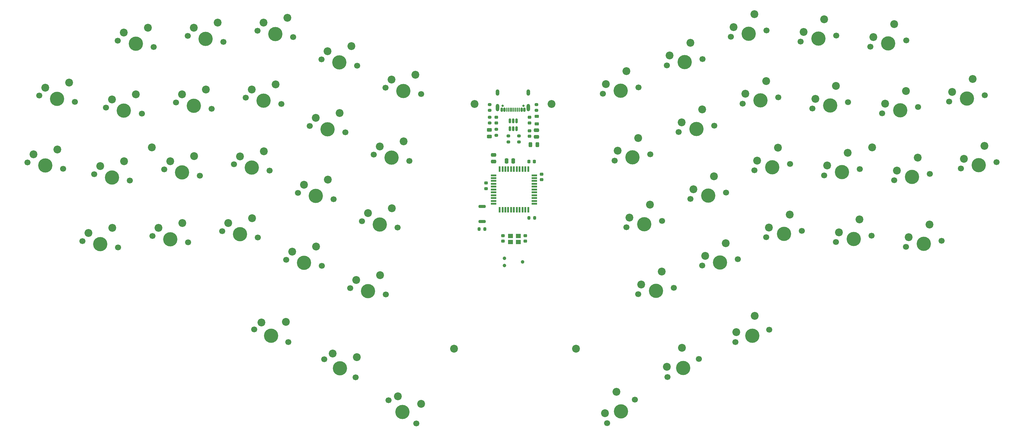
<source format=gbr>
%TF.GenerationSoftware,KiCad,Pcbnew,8.0.5*%
%TF.CreationDate,2024-10-09T17:31:38+02:00*%
%TF.ProjectId,phnx,70686e78-2e6b-4696-9361-645f70636258,A*%
%TF.SameCoordinates,Original*%
%TF.FileFunction,Soldermask,Top*%
%TF.FilePolarity,Negative*%
%FSLAX46Y46*%
G04 Gerber Fmt 4.6, Leading zero omitted, Abs format (unit mm)*
G04 Created by KiCad (PCBNEW 8.0.5) date 2024-10-09 17:31:38*
%MOMM*%
%LPD*%
G01*
G04 APERTURE LIST*
G04 Aperture macros list*
%AMRoundRect*
0 Rectangle with rounded corners*
0 $1 Rounding radius*
0 $2 $3 $4 $5 $6 $7 $8 $9 X,Y pos of 4 corners*
0 Add a 4 corners polygon primitive as box body*
4,1,4,$2,$3,$4,$5,$6,$7,$8,$9,$2,$3,0*
0 Add four circle primitives for the rounded corners*
1,1,$1+$1,$2,$3*
1,1,$1+$1,$4,$5*
1,1,$1+$1,$6,$7*
1,1,$1+$1,$8,$9*
0 Add four rect primitives between the rounded corners*
20,1,$1+$1,$2,$3,$4,$5,0*
20,1,$1+$1,$4,$5,$6,$7,0*
20,1,$1+$1,$6,$7,$8,$9,0*
20,1,$1+$1,$8,$9,$2,$3,0*%
G04 Aperture macros list end*
%ADD10RoundRect,0.225000X-0.250000X0.225000X-0.250000X-0.225000X0.250000X-0.225000X0.250000X0.225000X0*%
%ADD11C,1.700000*%
%ADD12C,4.000000*%
%ADD13C,2.200000*%
%ADD14RoundRect,0.250000X0.250000X0.475000X-0.250000X0.475000X-0.250000X-0.475000X0.250000X-0.475000X0*%
%ADD15RoundRect,0.200000X-0.275000X0.200000X-0.275000X-0.200000X0.275000X-0.200000X0.275000X0.200000X0*%
%ADD16RoundRect,0.225000X0.250000X-0.225000X0.250000X0.225000X-0.250000X0.225000X-0.250000X-0.225000X0*%
%ADD17RoundRect,0.250000X-0.475000X0.250000X-0.475000X-0.250000X0.475000X-0.250000X0.475000X0.250000X0*%
%ADD18RoundRect,0.150000X0.150000X-0.512500X0.150000X0.512500X-0.150000X0.512500X-0.150000X-0.512500X0*%
%ADD19R,1.400000X1.200000*%
%ADD20RoundRect,0.225000X-0.225000X-0.250000X0.225000X-0.250000X0.225000X0.250000X-0.225000X0.250000X0*%
%ADD21RoundRect,0.218750X-0.381250X0.218750X-0.381250X-0.218750X0.381250X-0.218750X0.381250X0.218750X0*%
%ADD22RoundRect,0.243750X-0.456250X0.243750X-0.456250X-0.243750X0.456250X-0.243750X0.456250X0.243750X0*%
%ADD23RoundRect,0.243750X0.243750X0.456250X-0.243750X0.456250X-0.243750X-0.456250X0.243750X-0.456250X0*%
%ADD24RoundRect,0.200000X-0.800000X0.200000X-0.800000X-0.200000X0.800000X-0.200000X0.800000X0.200000X0*%
%ADD25RoundRect,0.200000X-0.200000X-0.275000X0.200000X-0.275000X0.200000X0.275000X-0.200000X0.275000X0*%
%ADD26R,0.550000X1.500000*%
%ADD27R,1.500000X0.550000*%
%ADD28C,0.650000*%
%ADD29RoundRect,0.150000X0.150000X0.425000X-0.150000X0.425000X-0.150000X-0.425000X0.150000X-0.425000X0*%
%ADD30RoundRect,0.075000X0.075000X0.500000X-0.075000X0.500000X-0.075000X-0.500000X0.075000X-0.500000X0*%
%ADD31O,1.000000X2.100000*%
%ADD32O,1.000000X1.800000*%
%ADD33C,0.990600*%
G04 APERTURE END LIST*
D10*
%TO.C,C6*%
X201496100Y-125931644D03*
X201496100Y-127481644D03*
%TD*%
D11*
%TO.C,SW452*%
X331351778Y-103065115D03*
D12*
X336354601Y-102182983D03*
D11*
X341357424Y-101300850D03*
D13*
X337973880Y-96739093D03*
X332161417Y-100343171D03*
%TD*%
D11*
%TO.C,SW412*%
X107885949Y-140847432D03*
D12*
X112888773Y-141729565D03*
D11*
X117891596Y-142611698D03*
D13*
X116272317Y-137167808D03*
X109577721Y-138566554D03*
%TD*%
D11*
%TO.C,SW442*%
X271381341Y-170608821D03*
D12*
X276154979Y-168871360D03*
D11*
X280928617Y-167133896D03*
D13*
X276804336Y-163228990D03*
X271706019Y-167787638D03*
%TD*%
D11*
%TO.C,SW420*%
X148715121Y-128702840D03*
D12*
X153717945Y-129584973D03*
D11*
X158720768Y-130467106D03*
D13*
X157101489Y-125023216D03*
X150406893Y-126421962D03*
%TD*%
D11*
%TO.C,SW422*%
X156117345Y-175435441D03*
D12*
X160516755Y-177975440D03*
D11*
X164916164Y-180515441D03*
D13*
X165256459Y-174846032D03*
X158487197Y-173870737D03*
%TD*%
%TO.C,H3*%
X192500000Y-172500000D03*
%TD*%
D10*
%TO.C,C10*%
X206249998Y-140725002D03*
X206250002Y-142274998D03*
%TD*%
D14*
%TO.C,C9*%
X209096099Y-119706644D03*
X207196099Y-119706644D03*
%TD*%
D15*
%TO.C,R1*%
X202491026Y-107426525D03*
X202491026Y-109076525D03*
%TD*%
D11*
%TO.C,SW405*%
X98222353Y-85947817D03*
D12*
X103225177Y-86829950D03*
D11*
X108228000Y-87712083D03*
D13*
X106608721Y-82268193D03*
X99914125Y-83666939D03*
%TD*%
%TO.C,H8*%
X309781140Y-115881315D03*
%TD*%
D11*
%TO.C,SW445*%
X296318245Y-123757754D03*
D12*
X301321068Y-122875622D03*
D11*
X306323891Y-121993489D03*
D13*
X302940347Y-117431732D03*
X297127884Y-121035810D03*
%TD*%
D16*
%TO.C,C11*%
X212500002Y-142274998D03*
X212499998Y-140725002D03*
%TD*%
D11*
%TO.C,SW407*%
X91606359Y-123468989D03*
D12*
X96609183Y-124351122D03*
D11*
X101612006Y-125233255D03*
D13*
X99992727Y-119789365D03*
X93298131Y-121188111D03*
%TD*%
D11*
%TO.C,SW441*%
X280038657Y-141136191D03*
D12*
X285041480Y-140254059D03*
D11*
X290044303Y-139371926D03*
D13*
X286660759Y-134810169D03*
X280848296Y-138414247D03*
%TD*%
D11*
%TO.C,SW453*%
X334659778Y-121825700D03*
D12*
X339662601Y-120943568D03*
D11*
X344665424Y-120061435D03*
D13*
X341281880Y-115499678D03*
X335469417Y-119103756D03*
%TD*%
%TO.C,H2*%
X219821100Y-103706644D03*
%TD*%
D11*
%TO.C,SW432*%
X235457086Y-193352897D03*
D12*
X239348590Y-190087537D03*
D11*
X243240096Y-186822176D03*
D13*
X238028982Y-184563351D03*
X234797281Y-190590806D03*
%TD*%
D11*
%TO.C,SW402*%
X76159684Y-101401188D03*
D12*
X81162508Y-102283321D03*
D11*
X86165331Y-103165454D03*
D13*
X84546052Y-97721564D03*
X77851456Y-99120310D03*
%TD*%
D15*
%TO.C,R3*%
X207700000Y-112731644D03*
X207700000Y-114381644D03*
%TD*%
D13*
%TO.C,H4*%
X226726000Y-172500000D03*
%TD*%
D11*
%TO.C,SW446*%
X299626243Y-142518343D03*
D12*
X304629066Y-141636211D03*
D11*
X309631889Y-140754078D03*
D13*
X306248345Y-136192321D03*
X300435882Y-139796399D03*
%TD*%
D17*
%TO.C,C8*%
X203596100Y-118006644D03*
X203596100Y-119906644D03*
%TD*%
D18*
%TO.C,U2*%
X208146100Y-110706644D03*
X209096100Y-110706644D03*
X210046100Y-110706644D03*
X210046100Y-108431644D03*
X209096100Y-108431644D03*
X208146100Y-108431644D03*
%TD*%
D19*
%TO.C,Y2*%
X210499998Y-140800000D03*
X208299999Y-140799999D03*
X208300002Y-142500000D03*
X210500001Y-142500001D03*
%TD*%
D15*
%TO.C,R2*%
X215646100Y-103881644D03*
X215646100Y-105531644D03*
%TD*%
D20*
%TO.C,C7*%
X213496100Y-119906644D03*
X215046100Y-119906644D03*
%TD*%
D11*
%TO.C,SW433*%
X252181074Y-92852574D03*
D12*
X257183897Y-91970442D03*
D11*
X262186720Y-91088309D03*
D13*
X258803176Y-86526552D03*
X252990713Y-90130630D03*
%TD*%
D11*
%TO.C,SW428*%
X234247486Y-100850718D03*
D12*
X239250309Y-99968586D03*
D11*
X244253132Y-99086453D03*
D13*
X240869588Y-94524696D03*
X235057125Y-98128774D03*
%TD*%
D11*
%TO.C,SW424*%
X169956706Y-117940395D03*
D12*
X174959530Y-118822528D03*
D11*
X179962353Y-119704661D03*
D13*
X178343074Y-114260771D03*
X171648478Y-115659517D03*
%TD*%
D11*
%TO.C,SW416*%
X127473535Y-139465281D03*
D12*
X132476359Y-140347414D03*
D11*
X137479182Y-141229547D03*
D13*
X135859903Y-135785657D03*
X129165307Y-137184403D03*
%TD*%
D11*
%TO.C,SW443*%
X289702250Y-86236580D03*
D12*
X294705073Y-85354448D03*
D11*
X299707896Y-84472315D03*
D13*
X296324352Y-79910558D03*
X290511889Y-83514636D03*
%TD*%
D15*
%TO.C,R5*%
X202471100Y-103881644D03*
X202471100Y-105531644D03*
%TD*%
D21*
%TO.C,FB1*%
X215687500Y-107187500D03*
X215687500Y-109312500D03*
%TD*%
D11*
%TO.C,SW437*%
X252393756Y-180429480D03*
D12*
X256793164Y-177889481D03*
D11*
X261192573Y-175349480D03*
D13*
X256452869Y-172220072D03*
X252223608Y-177594777D03*
%TD*%
D11*
%TO.C,SW403*%
X72851686Y-120161779D03*
D12*
X77854510Y-121043912D03*
D11*
X82857333Y-121926045D03*
D13*
X81238054Y-116482155D03*
X74543458Y-117880901D03*
%TD*%
D11*
%TO.C,SW406*%
X94914355Y-104708404D03*
D12*
X99917179Y-105590537D03*
D11*
X104920002Y-106472670D03*
D13*
X103300723Y-101028780D03*
X96606127Y-102427526D03*
%TD*%
D17*
%TO.C,C3*%
X215646100Y-111062645D03*
X215646100Y-112962645D03*
%TD*%
D11*
%TO.C,SW447*%
X309289836Y-87618727D03*
D12*
X314292659Y-86736595D03*
D11*
X319295482Y-85854462D03*
D13*
X315911938Y-81292705D03*
X310099475Y-84896783D03*
%TD*%
D22*
%TO.C,D109*%
X202396100Y-111019144D03*
X202396100Y-112894144D03*
%TD*%
D15*
%TO.C,R4*%
X210700000Y-112731644D03*
X210700000Y-114381644D03*
%TD*%
D11*
%TO.C,SW440*%
X276730659Y-122375605D03*
D12*
X281733482Y-121493473D03*
D11*
X286736305Y-120611340D03*
D13*
X283352761Y-116049583D03*
X277540298Y-119653661D03*
%TD*%
D11*
%TO.C,SW450*%
X319213830Y-143900491D03*
D12*
X324216653Y-143018359D03*
D11*
X329219476Y-142136226D03*
D13*
X325835932Y-137574469D03*
X320023469Y-141178547D03*
%TD*%
D11*
%TO.C,SW444*%
X293010247Y-104997164D03*
D12*
X298013070Y-104115032D03*
D11*
X303015893Y-103232899D03*
D13*
X299632349Y-98671142D03*
X293819886Y-102275220D03*
%TD*%
D11*
%TO.C,SW429*%
X237555484Y-119611307D03*
D12*
X242558307Y-118729175D03*
D11*
X247561130Y-117847042D03*
D13*
X244177586Y-113285285D03*
X238365123Y-116889363D03*
%TD*%
D11*
%TO.C,SW439*%
X273422661Y-103615017D03*
D12*
X278425484Y-102732885D03*
D11*
X283428307Y-101850752D03*
D13*
X280044763Y-97288995D03*
X274232300Y-100893073D03*
%TD*%
D11*
%TO.C,SW436*%
X262105068Y-149134336D03*
D12*
X267107891Y-148252204D03*
D11*
X272110714Y-147370071D03*
D13*
X268727170Y-142808314D03*
X262914707Y-146412392D03*
%TD*%
D11*
%TO.C,SW417*%
X136453363Y-167102438D03*
D12*
X141227002Y-168839899D03*
D11*
X146000640Y-170577363D03*
D13*
X145351283Y-164934993D03*
X138515503Y-165149985D03*
%TD*%
D11*
%TO.C,SW414*%
X134089532Y-101944105D03*
D12*
X139092356Y-102826238D03*
D11*
X144095179Y-103708371D03*
D13*
X142475900Y-98264481D03*
X135781304Y-99663227D03*
%TD*%
D11*
%TO.C,SW438*%
X270114663Y-84854428D03*
D12*
X275117486Y-83972296D03*
D11*
X280120309Y-83090163D03*
D13*
X276736765Y-78528406D03*
X270924302Y-82132484D03*
%TD*%
%TO.C,H6*%
X107723736Y-115881315D03*
%TD*%
D11*
%TO.C,SW434*%
X255489072Y-111613162D03*
D12*
X260491895Y-110731030D03*
D11*
X265494718Y-109848897D03*
D13*
X262111174Y-105287140D03*
X256298711Y-108891218D03*
%TD*%
D11*
%TO.C,SW430*%
X240863482Y-138371893D03*
D12*
X245866305Y-137489761D03*
D11*
X250869128Y-136607628D03*
D13*
X247485584Y-132045871D03*
X241673121Y-135649949D03*
%TD*%
%TO.C,H1*%
X198271100Y-103706644D03*
%TD*%
D11*
%TO.C,SW421*%
X145407122Y-147463426D03*
D12*
X150409946Y-148345559D03*
D11*
X155412769Y-149227692D03*
D13*
X153793490Y-143783802D03*
X147098894Y-145182548D03*
%TD*%
D10*
%TO.C,C5*%
X217056597Y-123463788D03*
X217056597Y-125013788D03*
%TD*%
D23*
%TO.C,F1*%
X215833600Y-115200145D03*
X213958600Y-115200145D03*
%TD*%
D10*
%TO.C,C4*%
X204396100Y-107478678D03*
X204396100Y-109028678D03*
%TD*%
D11*
%TO.C,SW411*%
X111193945Y-122086841D03*
D12*
X116196769Y-122968974D03*
D11*
X121199592Y-123851107D03*
D13*
X119580313Y-118407217D03*
X112885717Y-119805963D03*
%TD*%
D11*
%TO.C,SW427*%
X174166766Y-186982576D03*
D12*
X178058272Y-190247937D03*
D11*
X181949778Y-193513298D03*
D13*
X183269386Y-187989112D03*
X176772322Y-185853164D03*
%TD*%
D11*
%TO.C,SW448*%
X312597834Y-106379316D03*
D12*
X317600657Y-105497184D03*
D11*
X322603480Y-104615051D03*
D13*
X319219936Y-100053294D03*
X313407473Y-103657372D03*
%TD*%
D11*
%TO.C,SW431*%
X244171480Y-157132481D03*
D12*
X249174303Y-156250349D03*
D11*
X254177126Y-155368216D03*
D13*
X250793582Y-150806459D03*
X244981119Y-154410537D03*
%TD*%
D10*
%TO.C,C1*%
X213646100Y-107487645D03*
X213646100Y-109037645D03*
%TD*%
D11*
%TO.C,SW408*%
X88298362Y-142229579D03*
D12*
X93301186Y-143111712D03*
D11*
X98304009Y-143993845D03*
D13*
X96684730Y-138549955D03*
X89990134Y-139948701D03*
%TD*%
D24*
%TO.C,SW55*%
X200346100Y-132556644D03*
X200346100Y-136756644D03*
%TD*%
D11*
%TO.C,SW435*%
X258797070Y-130373748D03*
D12*
X263799893Y-129491616D03*
D11*
X268802716Y-128609483D03*
D13*
X265419172Y-124047726D03*
X259606709Y-127651804D03*
%TD*%
D15*
%TO.C,R8*%
X204396100Y-110881644D03*
X204396100Y-112531644D03*
%TD*%
D11*
%TO.C,SW410*%
X114501942Y-103326255D03*
D12*
X119504766Y-104208388D03*
D11*
X124507589Y-105090521D03*
D13*
X122888310Y-99646631D03*
X116193714Y-101045377D03*
%TD*%
D11*
%TO.C,SW409*%
X117809940Y-84565668D03*
D12*
X122812764Y-85447801D03*
D11*
X127815587Y-86329934D03*
D13*
X126196308Y-80886044D03*
X119501712Y-82284790D03*
%TD*%
D25*
%TO.C,R7*%
X199521100Y-138881644D03*
X201171100Y-138881644D03*
%TD*%
D11*
%TO.C,SW423*%
X173264705Y-99179806D03*
D12*
X178267529Y-100061939D03*
D11*
X183270352Y-100944072D03*
D13*
X181651073Y-95500182D03*
X174956477Y-96898928D03*
%TD*%
D26*
%TO.C,U1*%
X213296100Y-122056644D03*
X212496100Y-122056644D03*
X211696100Y-122056644D03*
X210896100Y-122056644D03*
X210096100Y-122056644D03*
X209296100Y-122056644D03*
X208496100Y-122056644D03*
X207696100Y-122056644D03*
X206896100Y-122056644D03*
X206096100Y-122056644D03*
X205296100Y-122056644D03*
D27*
X203596100Y-123756644D03*
X203596100Y-124556644D03*
X203596100Y-125356644D03*
X203596100Y-126156644D03*
X203596100Y-126956644D03*
X203596100Y-127756644D03*
X203596100Y-128556644D03*
X203596100Y-129356644D03*
X203596100Y-130156644D03*
X203596100Y-130956644D03*
X203596100Y-131756644D03*
D26*
X205296100Y-133456644D03*
X206096100Y-133456644D03*
X206896100Y-133456644D03*
X207696100Y-133456644D03*
X208496100Y-133456644D03*
X209296100Y-133456644D03*
X210096100Y-133456644D03*
X210896100Y-133456644D03*
X211696100Y-133456644D03*
X212496100Y-133456644D03*
X213296100Y-133456644D03*
D27*
X214996100Y-131756644D03*
X214996100Y-130956644D03*
X214996100Y-130156644D03*
X214996100Y-129356644D03*
X214996100Y-128556644D03*
X214996100Y-127756644D03*
X214996100Y-126956644D03*
X214996100Y-126156644D03*
X214996100Y-125356644D03*
X214996100Y-124556644D03*
X214996100Y-123756644D03*
%TD*%
D10*
%TO.C,C2*%
X213646100Y-111237645D03*
X213646100Y-112787645D03*
%TD*%
D11*
%TO.C,SW418*%
X155331117Y-91181662D03*
D12*
X160333941Y-92063795D03*
D11*
X165336764Y-92945928D03*
D13*
X163717485Y-87502038D03*
X157022889Y-88900784D03*
%TD*%
D25*
%TO.C,R6*%
X213471100Y-135706644D03*
X215121100Y-135706644D03*
%TD*%
D11*
%TO.C,SW413*%
X137397527Y-83183518D03*
D12*
X142400351Y-84065651D03*
D11*
X147403174Y-84947784D03*
D13*
X145783895Y-79503894D03*
X139089299Y-80902640D03*
%TD*%
D11*
%TO.C,SW425*%
X166648708Y-136700982D03*
D12*
X171651532Y-137583115D03*
D11*
X176654355Y-138465248D03*
D13*
X175035076Y-133021358D03*
X168340480Y-134420104D03*
%TD*%
D11*
%TO.C,SW426*%
X163340712Y-155461570D03*
D12*
X168343536Y-156343703D03*
D11*
X173346359Y-157225836D03*
D13*
X171727080Y-151781946D03*
X165032484Y-153180692D03*
%TD*%
D11*
%TO.C,SW449*%
X315905832Y-125139902D03*
D12*
X320908655Y-124257770D03*
D11*
X325911478Y-123375637D03*
D13*
X322527934Y-118813880D03*
X316715471Y-122417958D03*
%TD*%
D28*
%TO.C,J1*%
X211936100Y-104231644D03*
X206156100Y-104231644D03*
D29*
X212246100Y-105306644D03*
X211446100Y-105306644D03*
D30*
X210296100Y-105306644D03*
X209296100Y-105306644D03*
X208796100Y-105306644D03*
X207796100Y-105306644D03*
D29*
X206646100Y-105306644D03*
X205846100Y-105306644D03*
X205846100Y-105306644D03*
X206646100Y-105306644D03*
D30*
X207296100Y-105306644D03*
X208296100Y-105306644D03*
X209796100Y-105306644D03*
X210796100Y-105306644D03*
D29*
X211446100Y-105306644D03*
X212246100Y-105306644D03*
D31*
X213366100Y-104731644D03*
D32*
X213366100Y-100551644D03*
D31*
X204726100Y-104731644D03*
D32*
X204726100Y-100551644D03*
%TD*%
D11*
%TO.C,SW415*%
X130781534Y-120704693D03*
D12*
X135784358Y-121586826D03*
D11*
X140787181Y-122468959D03*
D13*
X139167902Y-117025069D03*
X132473306Y-118423815D03*
%TD*%
D11*
%TO.C,SW419*%
X152023119Y-109942249D03*
D12*
X157025943Y-110824382D03*
D11*
X162028766Y-111706515D03*
D13*
X160409487Y-106262625D03*
X153714891Y-107661371D03*
%TD*%
D33*
%TO.C,J3*%
X211750000Y-148135000D03*
X206670000Y-149151000D03*
X206670000Y-147119000D03*
%TD*%
M02*

</source>
